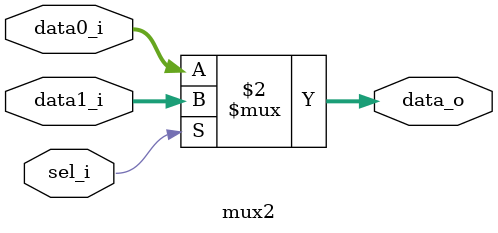
<source format=v>
module mux2 #(
    parameter integer WIDTH = 32
) (
    input wire sel_i,
    input wire [WIDTH - 1:0] data0_i,
    input wire [WIDTH - 1:0] data1_i,
    output wire [WIDTH - 1:0] data_o
);

  assign data_o = sel_i == 0 ? data0_i : data1_i;

endmodule

</source>
